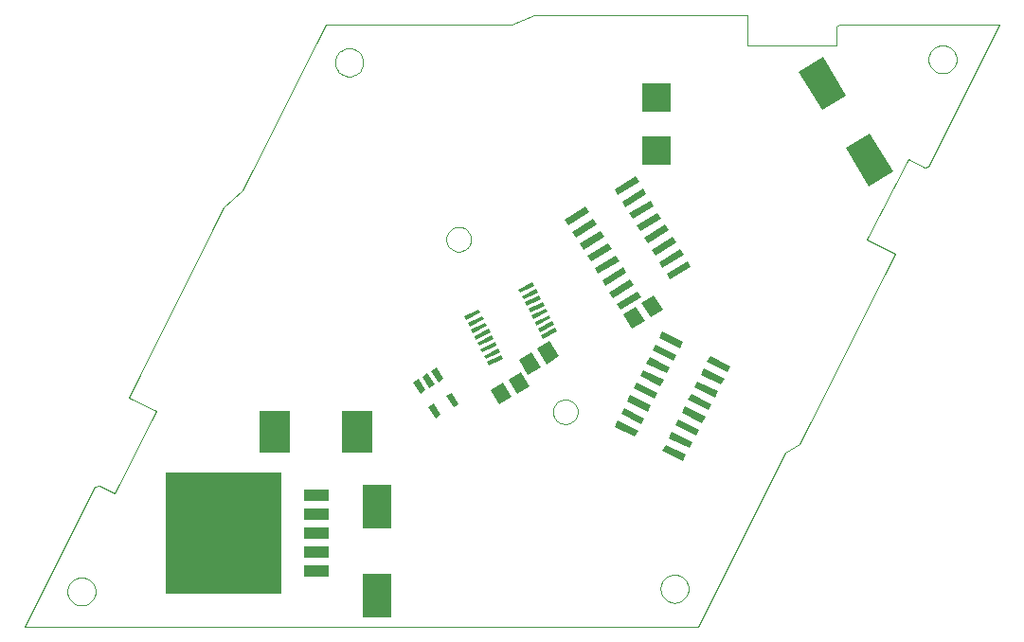
<source format=gtp>
G75*
%MOIN*%
%OFA0B0*%
%FSLAX24Y24*%
%IPPOS*%
%LPD*%
%AMOC8*
5,1,8,0,0,1.08239X$1,22.5*
%
%ADD10C,0.0000*%
%ADD11R,0.0563X0.0138*%
%ADD12R,0.0512X0.0630*%
%ADD13R,0.0236X0.0866*%
%ADD14R,0.1575X0.0984*%
%ADD15R,0.0984X0.1575*%
%ADD16R,0.0217X0.0472*%
%ADD17R,0.4098X0.4252*%
%ADD18R,0.0850X0.0420*%
%ADD19R,0.1102X0.1496*%
%ADD20R,0.1000X0.1000*%
%ADD21R,0.0512X0.0591*%
%ADD22R,0.0810X0.0240*%
D10*
X001464Y000942D02*
X003925Y005873D01*
X004112Y005912D01*
X004642Y005647D01*
X006093Y008539D01*
X005142Y009018D01*
X008482Y015706D01*
X009141Y016296D01*
X012065Y022152D01*
X018610Y022152D01*
X019397Y022467D01*
X026907Y022467D01*
X026907Y021414D01*
X030047Y021414D01*
X030047Y022074D01*
X030145Y022152D01*
X035785Y022152D01*
X033275Y017133D01*
X033147Y017113D01*
X032557Y017408D01*
X031120Y014554D01*
X032097Y014066D01*
X028748Y007379D01*
X028236Y007064D01*
X025175Y000942D01*
X001464Y000942D01*
X002981Y002181D02*
X002983Y002225D01*
X002989Y002269D01*
X002999Y002312D01*
X003012Y002354D01*
X003030Y002394D01*
X003051Y002433D01*
X003075Y002470D01*
X003102Y002505D01*
X003133Y002537D01*
X003166Y002566D01*
X003202Y002592D01*
X003240Y002614D01*
X003280Y002633D01*
X003321Y002649D01*
X003364Y002661D01*
X003407Y002669D01*
X003451Y002673D01*
X003495Y002673D01*
X003539Y002669D01*
X003582Y002661D01*
X003625Y002649D01*
X003666Y002633D01*
X003706Y002614D01*
X003744Y002592D01*
X003780Y002566D01*
X003813Y002537D01*
X003844Y002505D01*
X003871Y002470D01*
X003895Y002433D01*
X003916Y002394D01*
X003934Y002354D01*
X003947Y002312D01*
X003957Y002269D01*
X003963Y002225D01*
X003965Y002181D01*
X003963Y002137D01*
X003957Y002093D01*
X003947Y002050D01*
X003934Y002008D01*
X003916Y001968D01*
X003895Y001929D01*
X003871Y001892D01*
X003844Y001857D01*
X003813Y001825D01*
X003780Y001796D01*
X003744Y001770D01*
X003706Y001748D01*
X003666Y001729D01*
X003625Y001713D01*
X003582Y001701D01*
X003539Y001693D01*
X003495Y001689D01*
X003451Y001689D01*
X003407Y001693D01*
X003364Y001701D01*
X003321Y001713D01*
X003280Y001729D01*
X003240Y001748D01*
X003202Y001770D01*
X003166Y001796D01*
X003133Y001825D01*
X003102Y001857D01*
X003075Y001892D01*
X003051Y001929D01*
X003030Y001968D01*
X003012Y002008D01*
X002999Y002050D01*
X002989Y002093D01*
X002983Y002137D01*
X002981Y002181D01*
X016313Y014581D02*
X016315Y014622D01*
X016321Y014663D01*
X016331Y014703D01*
X016344Y014742D01*
X016361Y014779D01*
X016382Y014815D01*
X016406Y014849D01*
X016433Y014880D01*
X016462Y014908D01*
X016495Y014934D01*
X016529Y014956D01*
X016566Y014975D01*
X016604Y014990D01*
X016644Y015002D01*
X016684Y015010D01*
X016725Y015014D01*
X016767Y015014D01*
X016808Y015010D01*
X016848Y015002D01*
X016888Y014990D01*
X016926Y014975D01*
X016962Y014956D01*
X016997Y014934D01*
X017030Y014908D01*
X017059Y014880D01*
X017086Y014849D01*
X017110Y014815D01*
X017131Y014779D01*
X017148Y014742D01*
X017161Y014703D01*
X017171Y014663D01*
X017177Y014622D01*
X017179Y014581D01*
X017177Y014540D01*
X017171Y014499D01*
X017161Y014459D01*
X017148Y014420D01*
X017131Y014383D01*
X017110Y014347D01*
X017086Y014313D01*
X017059Y014282D01*
X017030Y014254D01*
X016997Y014228D01*
X016963Y014206D01*
X016926Y014187D01*
X016888Y014172D01*
X016848Y014160D01*
X016808Y014152D01*
X016767Y014148D01*
X016725Y014148D01*
X016684Y014152D01*
X016644Y014160D01*
X016604Y014172D01*
X016566Y014187D01*
X016530Y014206D01*
X016495Y014228D01*
X016462Y014254D01*
X016433Y014282D01*
X016406Y014313D01*
X016382Y014347D01*
X016361Y014383D01*
X016344Y014420D01*
X016331Y014459D01*
X016321Y014499D01*
X016315Y014540D01*
X016313Y014581D01*
X020065Y008510D02*
X020067Y008551D01*
X020073Y008592D01*
X020083Y008632D01*
X020096Y008671D01*
X020113Y008708D01*
X020134Y008744D01*
X020158Y008778D01*
X020185Y008809D01*
X020214Y008837D01*
X020247Y008863D01*
X020281Y008885D01*
X020318Y008904D01*
X020356Y008919D01*
X020396Y008931D01*
X020436Y008939D01*
X020477Y008943D01*
X020519Y008943D01*
X020560Y008939D01*
X020600Y008931D01*
X020640Y008919D01*
X020678Y008904D01*
X020714Y008885D01*
X020749Y008863D01*
X020782Y008837D01*
X020811Y008809D01*
X020838Y008778D01*
X020862Y008744D01*
X020883Y008708D01*
X020900Y008671D01*
X020913Y008632D01*
X020923Y008592D01*
X020929Y008551D01*
X020931Y008510D01*
X020929Y008469D01*
X020923Y008428D01*
X020913Y008388D01*
X020900Y008349D01*
X020883Y008312D01*
X020862Y008276D01*
X020838Y008242D01*
X020811Y008211D01*
X020782Y008183D01*
X020749Y008157D01*
X020715Y008135D01*
X020678Y008116D01*
X020640Y008101D01*
X020600Y008089D01*
X020560Y008081D01*
X020519Y008077D01*
X020477Y008077D01*
X020436Y008081D01*
X020396Y008089D01*
X020356Y008101D01*
X020318Y008116D01*
X020282Y008135D01*
X020247Y008157D01*
X020214Y008183D01*
X020185Y008211D01*
X020158Y008242D01*
X020134Y008276D01*
X020113Y008312D01*
X020096Y008349D01*
X020083Y008388D01*
X020073Y008428D01*
X020067Y008469D01*
X020065Y008510D01*
X023850Y002278D02*
X023852Y002322D01*
X023858Y002366D01*
X023868Y002409D01*
X023881Y002451D01*
X023899Y002491D01*
X023920Y002530D01*
X023944Y002567D01*
X023971Y002602D01*
X024002Y002634D01*
X024035Y002663D01*
X024071Y002689D01*
X024109Y002711D01*
X024149Y002730D01*
X024190Y002746D01*
X024233Y002758D01*
X024276Y002766D01*
X024320Y002770D01*
X024364Y002770D01*
X024408Y002766D01*
X024451Y002758D01*
X024494Y002746D01*
X024535Y002730D01*
X024575Y002711D01*
X024613Y002689D01*
X024649Y002663D01*
X024682Y002634D01*
X024713Y002602D01*
X024740Y002567D01*
X024764Y002530D01*
X024785Y002491D01*
X024803Y002451D01*
X024816Y002409D01*
X024826Y002366D01*
X024832Y002322D01*
X024834Y002278D01*
X024832Y002234D01*
X024826Y002190D01*
X024816Y002147D01*
X024803Y002105D01*
X024785Y002065D01*
X024764Y002026D01*
X024740Y001989D01*
X024713Y001954D01*
X024682Y001922D01*
X024649Y001893D01*
X024613Y001867D01*
X024575Y001845D01*
X024535Y001826D01*
X024494Y001810D01*
X024451Y001798D01*
X024408Y001790D01*
X024364Y001786D01*
X024320Y001786D01*
X024276Y001790D01*
X024233Y001798D01*
X024190Y001810D01*
X024149Y001826D01*
X024109Y001845D01*
X024071Y001867D01*
X024035Y001893D01*
X024002Y001922D01*
X023971Y001954D01*
X023944Y001989D01*
X023920Y002026D01*
X023899Y002065D01*
X023881Y002105D01*
X023868Y002147D01*
X023858Y002190D01*
X023852Y002234D01*
X023850Y002278D01*
X012400Y020808D02*
X012402Y020852D01*
X012408Y020896D01*
X012418Y020939D01*
X012431Y020981D01*
X012449Y021021D01*
X012470Y021060D01*
X012494Y021097D01*
X012521Y021132D01*
X012552Y021164D01*
X012585Y021193D01*
X012621Y021219D01*
X012659Y021241D01*
X012699Y021260D01*
X012740Y021276D01*
X012783Y021288D01*
X012826Y021296D01*
X012870Y021300D01*
X012914Y021300D01*
X012958Y021296D01*
X013001Y021288D01*
X013044Y021276D01*
X013085Y021260D01*
X013125Y021241D01*
X013163Y021219D01*
X013199Y021193D01*
X013232Y021164D01*
X013263Y021132D01*
X013290Y021097D01*
X013314Y021060D01*
X013335Y021021D01*
X013353Y020981D01*
X013366Y020939D01*
X013376Y020896D01*
X013382Y020852D01*
X013384Y020808D01*
X013382Y020764D01*
X013376Y020720D01*
X013366Y020677D01*
X013353Y020635D01*
X013335Y020595D01*
X013314Y020556D01*
X013290Y020519D01*
X013263Y020484D01*
X013232Y020452D01*
X013199Y020423D01*
X013163Y020397D01*
X013125Y020375D01*
X013085Y020356D01*
X013044Y020340D01*
X013001Y020328D01*
X012958Y020320D01*
X012914Y020316D01*
X012870Y020316D01*
X012826Y020320D01*
X012783Y020328D01*
X012740Y020340D01*
X012699Y020356D01*
X012659Y020375D01*
X012621Y020397D01*
X012585Y020423D01*
X012552Y020452D01*
X012521Y020484D01*
X012494Y020519D01*
X012470Y020556D01*
X012449Y020595D01*
X012431Y020635D01*
X012418Y020677D01*
X012408Y020720D01*
X012402Y020764D01*
X012400Y020808D01*
X033280Y020913D02*
X033282Y020957D01*
X033288Y021001D01*
X033298Y021044D01*
X033311Y021086D01*
X033329Y021126D01*
X033350Y021165D01*
X033374Y021202D01*
X033401Y021237D01*
X033432Y021269D01*
X033465Y021298D01*
X033501Y021324D01*
X033539Y021346D01*
X033579Y021365D01*
X033620Y021381D01*
X033663Y021393D01*
X033706Y021401D01*
X033750Y021405D01*
X033794Y021405D01*
X033838Y021401D01*
X033881Y021393D01*
X033924Y021381D01*
X033965Y021365D01*
X034005Y021346D01*
X034043Y021324D01*
X034079Y021298D01*
X034112Y021269D01*
X034143Y021237D01*
X034170Y021202D01*
X034194Y021165D01*
X034215Y021126D01*
X034233Y021086D01*
X034246Y021044D01*
X034256Y021001D01*
X034262Y020957D01*
X034264Y020913D01*
X034262Y020869D01*
X034256Y020825D01*
X034246Y020782D01*
X034233Y020740D01*
X034215Y020700D01*
X034194Y020661D01*
X034170Y020624D01*
X034143Y020589D01*
X034112Y020557D01*
X034079Y020528D01*
X034043Y020502D01*
X034005Y020480D01*
X033965Y020461D01*
X033924Y020445D01*
X033881Y020433D01*
X033838Y020425D01*
X033794Y020421D01*
X033750Y020421D01*
X033706Y020425D01*
X033663Y020433D01*
X033620Y020445D01*
X033579Y020461D01*
X033539Y020480D01*
X033501Y020502D01*
X033465Y020528D01*
X033432Y020557D01*
X033401Y020589D01*
X033374Y020624D01*
X033350Y020661D01*
X033329Y020700D01*
X033311Y020740D01*
X033298Y020782D01*
X033288Y020825D01*
X033282Y020869D01*
X033280Y020913D01*
D11*
G36*
X019423Y011667D02*
X019925Y011918D01*
X019987Y011795D01*
X019485Y011544D01*
X019423Y011667D01*
G37*
G36*
X019308Y011896D02*
X019810Y012147D01*
X019872Y012024D01*
X019370Y011773D01*
X019308Y011896D01*
G37*
G36*
X019194Y012125D02*
X019696Y012376D01*
X019758Y012253D01*
X019256Y012002D01*
X019194Y012125D01*
G37*
G36*
X019079Y012354D02*
X019581Y012605D01*
X019643Y012482D01*
X019141Y012231D01*
X019079Y012354D01*
G37*
G36*
X018965Y012582D02*
X019467Y012833D01*
X019529Y012710D01*
X019027Y012459D01*
X018965Y012582D01*
G37*
G36*
X018850Y012811D02*
X019352Y013062D01*
X019414Y012939D01*
X018912Y012688D01*
X018850Y012811D01*
G37*
G36*
X016949Y011859D02*
X017451Y012110D01*
X017513Y011987D01*
X017011Y011736D01*
X016949Y011859D01*
G37*
G36*
X017064Y011630D02*
X017566Y011881D01*
X017628Y011758D01*
X017126Y011507D01*
X017064Y011630D01*
G37*
G36*
X017178Y011402D02*
X017680Y011653D01*
X017742Y011530D01*
X017240Y011279D01*
X017178Y011402D01*
G37*
G36*
X017293Y011173D02*
X017795Y011424D01*
X017857Y011301D01*
X017355Y011050D01*
X017293Y011173D01*
G37*
G36*
X017407Y010944D02*
X017909Y011195D01*
X017971Y011072D01*
X017469Y010821D01*
X017407Y010944D01*
G37*
G36*
X017522Y010715D02*
X018024Y010966D01*
X018086Y010843D01*
X017584Y010592D01*
X017522Y010715D01*
G37*
G36*
X017637Y010486D02*
X018139Y010737D01*
X018201Y010614D01*
X017699Y010363D01*
X017637Y010486D01*
G37*
G36*
X017751Y010257D02*
X018253Y010508D01*
X018315Y010385D01*
X017813Y010134D01*
X017751Y010257D01*
G37*
G36*
X019652Y011209D02*
X020154Y011460D01*
X020216Y011337D01*
X019714Y011086D01*
X019652Y011209D01*
G37*
G36*
X019537Y011438D02*
X020039Y011689D01*
X020101Y011566D01*
X019599Y011315D01*
X019537Y011438D01*
G37*
D12*
G36*
X020261Y010454D02*
X019826Y010186D01*
X019497Y010722D01*
X019932Y010990D01*
X020261Y010454D01*
G37*
G36*
X019623Y010063D02*
X019188Y009795D01*
X018859Y010331D01*
X019294Y010599D01*
X019623Y010063D01*
G37*
D13*
G36*
X023051Y012741D02*
X023174Y012540D01*
X022437Y012089D01*
X022314Y012290D01*
X023051Y012741D01*
G37*
G36*
X022789Y013167D02*
X022912Y012966D01*
X022175Y012515D01*
X022052Y012716D01*
X022789Y013167D01*
G37*
G36*
X022528Y013593D02*
X022651Y013392D01*
X021914Y012941D01*
X021791Y013142D01*
X022528Y013593D01*
G37*
G36*
X022267Y014020D02*
X022390Y013819D01*
X021653Y013368D01*
X021530Y013569D01*
X022267Y014020D01*
G37*
G36*
X022006Y014446D02*
X022129Y014245D01*
X021392Y013794D01*
X021269Y013995D01*
X022006Y014446D01*
G37*
G36*
X021744Y014872D02*
X021867Y014671D01*
X021130Y014220D01*
X021007Y014421D01*
X021744Y014872D01*
G37*
G36*
X021483Y015298D02*
X021606Y015097D01*
X020869Y014646D01*
X020746Y014847D01*
X021483Y015298D01*
G37*
G36*
X021222Y015725D02*
X021345Y015524D01*
X020608Y015073D01*
X020485Y015274D01*
X021222Y015725D01*
G37*
G36*
X022968Y016794D02*
X023091Y016593D01*
X022354Y016142D01*
X022231Y016343D01*
X022968Y016794D01*
G37*
G36*
X023229Y016368D02*
X023352Y016167D01*
X022615Y015716D01*
X022492Y015917D01*
X023229Y016368D01*
G37*
G36*
X023490Y015942D02*
X023613Y015741D01*
X022876Y015290D01*
X022753Y015491D01*
X023490Y015942D01*
G37*
G36*
X023751Y015516D02*
X023874Y015315D01*
X023137Y014864D01*
X023014Y015065D01*
X023751Y015516D01*
G37*
G36*
X024013Y015089D02*
X024136Y014888D01*
X023399Y014437D01*
X023276Y014638D01*
X024013Y015089D01*
G37*
G36*
X024274Y014663D02*
X024397Y014462D01*
X023660Y014011D01*
X023537Y014212D01*
X024274Y014663D01*
G37*
G36*
X024535Y014237D02*
X024658Y014036D01*
X023921Y013585D01*
X023798Y013786D01*
X024535Y014237D01*
G37*
G36*
X024796Y013810D02*
X024919Y013609D01*
X024182Y013158D01*
X024059Y013359D01*
X024796Y013810D01*
G37*
D14*
G36*
X031188Y016447D02*
X030366Y017788D01*
X031204Y018303D01*
X032026Y016962D01*
X031188Y016447D01*
G37*
G36*
X029542Y019133D02*
X028720Y020474D01*
X029558Y020989D01*
X030380Y019648D01*
X029542Y019133D01*
G37*
D15*
X013881Y005181D03*
X013881Y002031D03*
D16*
G36*
X015681Y008679D02*
X015865Y008792D01*
X016111Y008391D01*
X015927Y008278D01*
X015681Y008679D01*
G37*
G36*
X016318Y009070D02*
X016502Y009183D01*
X016748Y008782D01*
X016564Y008669D01*
X016318Y009070D01*
G37*
G36*
X015465Y009747D02*
X015649Y009860D01*
X015895Y009459D01*
X015711Y009346D01*
X015465Y009747D01*
G37*
G36*
X015146Y009552D02*
X015330Y009665D01*
X015576Y009264D01*
X015392Y009151D01*
X015146Y009552D01*
G37*
G36*
X015784Y009943D02*
X015968Y010056D01*
X016214Y009655D01*
X016030Y009542D01*
X015784Y009943D01*
G37*
D17*
X008474Y004245D03*
D18*
X011754Y004245D03*
X011754Y004915D03*
X011754Y005585D03*
X011754Y003575D03*
X011754Y002905D03*
D19*
X013170Y007818D03*
X010257Y007818D03*
D20*
X023722Y017713D03*
X023722Y019563D03*
D21*
G36*
X023927Y012098D02*
X023491Y011830D01*
X023183Y012332D01*
X023619Y012600D01*
X023927Y012098D01*
G37*
G36*
X023290Y011707D02*
X022854Y011439D01*
X022546Y011941D01*
X022982Y012209D01*
X023290Y011707D01*
G37*
G36*
X019253Y009413D02*
X018817Y009145D01*
X018509Y009647D01*
X018945Y009915D01*
X019253Y009413D01*
G37*
G36*
X018615Y009022D02*
X018179Y008754D01*
X017871Y009256D01*
X018307Y009524D01*
X018615Y009022D01*
G37*
D22*
G36*
X022339Y008197D02*
X023062Y007835D01*
X022955Y007621D01*
X022232Y007983D01*
X022339Y008197D01*
G37*
G36*
X022563Y008644D02*
X023286Y008282D01*
X023179Y008068D01*
X022456Y008430D01*
X022563Y008644D01*
G37*
G36*
X022787Y009091D02*
X023510Y008729D01*
X023403Y008515D01*
X022680Y008877D01*
X022787Y009091D01*
G37*
G36*
X023011Y009538D02*
X023734Y009176D01*
X023627Y008962D01*
X022904Y009324D01*
X023011Y009538D01*
G37*
G36*
X023235Y009986D02*
X023958Y009624D01*
X023851Y009410D01*
X023128Y009772D01*
X023235Y009986D01*
G37*
G36*
X023459Y010433D02*
X024182Y010071D01*
X024075Y009857D01*
X023352Y010219D01*
X023459Y010433D01*
G37*
G36*
X023683Y010880D02*
X024406Y010518D01*
X024299Y010304D01*
X023576Y010666D01*
X023683Y010880D01*
G37*
G36*
X023907Y011327D02*
X024630Y010965D01*
X024523Y010751D01*
X023800Y011113D01*
X023907Y011327D01*
G37*
G36*
X025596Y010481D02*
X026319Y010119D01*
X026212Y009905D01*
X025489Y010267D01*
X025596Y010481D01*
G37*
G36*
X025373Y010033D02*
X026096Y009671D01*
X025989Y009457D01*
X025266Y009819D01*
X025373Y010033D01*
G37*
G36*
X025149Y009586D02*
X025872Y009224D01*
X025765Y009010D01*
X025042Y009372D01*
X025149Y009586D01*
G37*
G36*
X024925Y009139D02*
X025648Y008777D01*
X025541Y008563D01*
X024818Y008925D01*
X024925Y009139D01*
G37*
G36*
X024701Y008692D02*
X025424Y008330D01*
X025317Y008116D01*
X024594Y008478D01*
X024701Y008692D01*
G37*
G36*
X024477Y008245D02*
X025200Y007883D01*
X025093Y007669D01*
X024370Y008031D01*
X024477Y008245D01*
G37*
G36*
X024253Y007798D02*
X024976Y007436D01*
X024869Y007222D01*
X024146Y007584D01*
X024253Y007798D01*
G37*
G36*
X024029Y007351D02*
X024752Y006989D01*
X024645Y006775D01*
X023922Y007137D01*
X024029Y007351D01*
G37*
M02*

</source>
